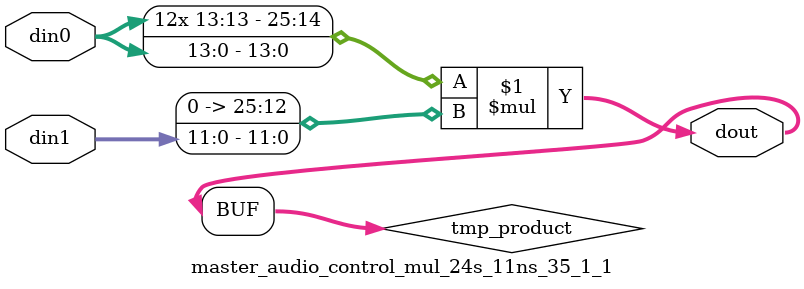
<source format=v>

`timescale 1 ns / 1 ps

 module master_audio_control_mul_24s_11ns_35_1_1(din0, din1, dout);
parameter ID = 1;
parameter NUM_STAGE = 0;
parameter din0_WIDTH = 14;
parameter din1_WIDTH = 12;
parameter dout_WIDTH = 26;

input [din0_WIDTH - 1 : 0] din0; 
input [din1_WIDTH - 1 : 0] din1; 
output [dout_WIDTH - 1 : 0] dout;

wire signed [dout_WIDTH - 1 : 0] tmp_product;


























assign tmp_product = $signed(din0) * $signed({1'b0, din1});









assign dout = tmp_product;





















endmodule

</source>
